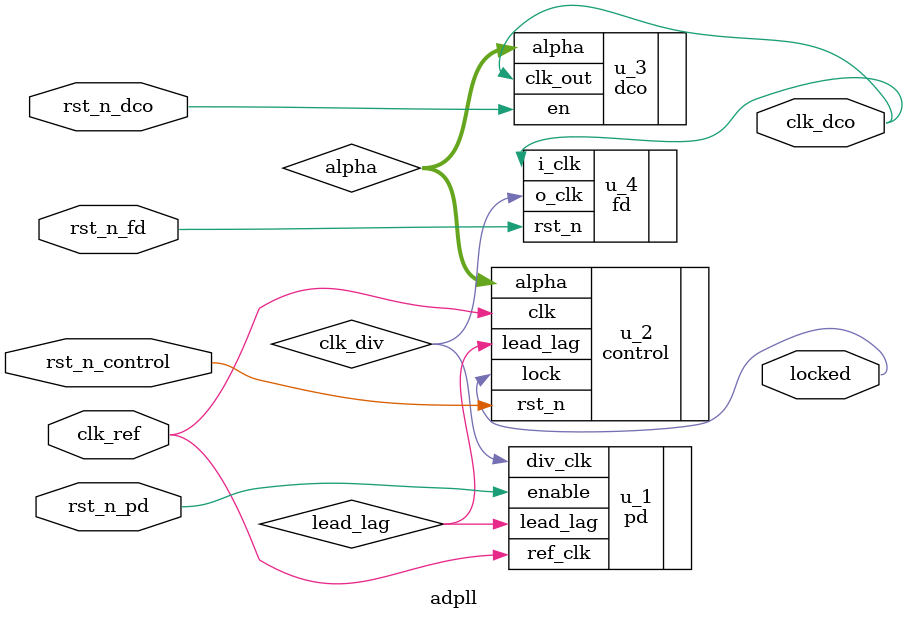
<source format=v>
`timescale 1ns/1ps
`include "control.v"
`include "dco.v"
`include "fd.v"
`include "pd.v"
module adpll (clk_ref, rst_n_dco, rst_n_control, rst_n_fd, rst_n_pd, locked, clk_dco);

input clk_ref;
input rst_n_dco;
input rst_n_control;
input rst_n_fd;
input rst_n_pd;
output locked;
output clk_dco;

wire clk_dco;
wire [6:0] alpha;
wire lead_lag;
wire clk_div;

pd u_1 (
	.ref_clk(clk_ref),
	.div_clk(clk_div),
	.lead_lag(lead_lag),
	.enable(rst_n_pd));

control u_2 (
	.lock(locked),
	.lead_lag(lead_lag),
	.alpha(alpha),
	.rst_n(rst_n_control),
	.clk(clk_ref));

dco u_3 (
	.en(rst_n_dco),
	.alpha(alpha),
	.clk_out(clk_dco));

fd u_4 (
	.i_clk(clk_dco),
	.rst_n(rst_n_fd),
	.o_clk(clk_div));

endmodule

</source>
